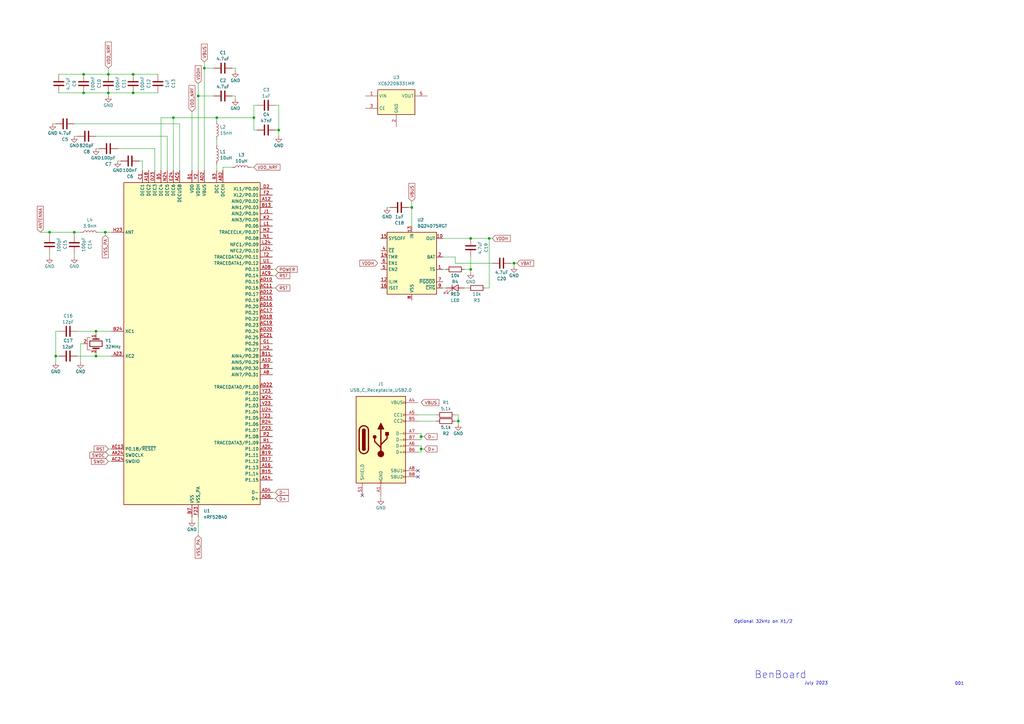
<source format=kicad_sch>
(kicad_sch (version 20230121) (generator eeschema)
  (paper "A3")
  (lib_symbols
    (symbol "Battery_Management:BQ24075RGT"
      (property "Reference" "U" (at -8.89 13.97 0))
      (property "Value" "BQ24075RGT" (at 16.51 13.97 0))
      (symbol "BQ24075RGT_0_1"
        (rectangle (start -10.16 12.7) (end 10.16 -12.7) (stroke (width 0.254)) (fill (type background)))
      )
      (symbol "BQ24075RGT_1_1"
        (pin passive line (at 12.7 -2.54 180) (length 2.54) (name "TS") (number "1"))
        (pin power_out line (at 12.7 10.16 180) (length 2.54) (name "OUT") (number "10"))
        (pin passive line (at 12.7 10.16 180) (length 2.54) hide (name "OUT") (number "11"))
        (pin passive line (at -12.7 -7.62 0) (length 2.54) (name "ILIM") (number "12"))
        (pin power_in line (at 0 15.24 270) (length 2.54) (name "IN") (number "13"))
        (pin input line (at -12.7 2.54 0) (length 2.54) (name "TMR") (number "14"))
        (pin input line (at -12.7 10.16 0) (length 2.54) (name "SYSOFF") (number "15"))
        (pin passive line (at -12.7 -10.16 0) (length 2.54) (name "ISET") (number "16"))
        (pin passive line (at 0 -15.24 90) (length 2.54) hide (name "VSS") (number "17"))
        (pin power_out line (at 12.7 2.54 180) (length 2.54) (name "BAT") (number "2"))
        (pin passive line (at 12.7 2.54 180) (length 2.54) hide (name "BAT") (number "3"))
        (pin input line (at -12.7 5.08 0) (length 2.54) (name "~{CE}") (number "4"))
        (pin input line (at -12.7 -2.54 0) (length 2.54) (name "EN2") (number "5"))
        (pin input line (at -12.7 0 0) (length 2.54) (name "EN1") (number "6"))
        (pin open_collector line (at 12.7 -7.62 180) (length 2.54) (name "~{PGOOD}") (number "7"))
        (pin power_in line (at 0 -15.24 90) (length 2.54) (name "VSS") (number "8"))
        (pin open_collector line (at 12.7 -10.16 180) (length 2.54) (name "~{CHG}") (number "9"))
      )
    )
    (symbol "Connector:USB_C_Receptacle_USB2.0" (pin_names (offset 1.016))
      (property "Reference" "J" (at -10.16 19.05 0))
      (property "Value" "USB_C_Receptacle_USB2.0" (at 19.05 19.05 0))
      (symbol "USB_C_Receptacle_USB2.0_0_0"
        (rectangle (start -0.254 -17.78) (end 0.254 -16.764))
        (rectangle (start 10.16 -14.986) (end 9.144 -15.494))
        (rectangle (start 10.16 -12.446) (end 9.144 -12.954))
        (rectangle (start 10.16 -4.826) (end 9.144 -5.334))
        (rectangle (start 10.16 -2.286) (end 9.144 -2.794))
        (rectangle (start 10.16 0.254) (end 9.144 -0.254))
        (rectangle (start 10.16 2.794) (end 9.144 2.286))
        (rectangle (start 10.16 7.874) (end 9.144 7.366))
        (rectangle (start 10.16 10.414) (end 9.144 9.906))
        (rectangle (start 10.16 15.494) (end 9.144 14.986))
      )
      (symbol "USB_C_Receptacle_USB2.0_0_1"
        (rectangle (start -10.16 17.78) (end 10.16 -17.78) (stroke (width 0.254)) (fill (type background)))
        (arc (start -8.89 -3.81) (mid -6.985 -5.7067) (end -5.08 -3.81) (stroke (width 0.508)))
        (arc (start -7.62 -3.81) (mid -6.985 -4.4423) (end -6.35 -3.81) (stroke (width 0.254)))
        (arc (start -7.62 -3.81) (mid -6.985 -4.4423) (end -6.35 -3.81) (stroke (width 0.254)) (fill (type outline)))
        (rectangle (start -7.62 -3.81) (end -6.35 3.81) (stroke (width 0.254)) (fill (type outline)))
        (arc (start -6.35 3.81) (mid -6.985 4.4423) (end -7.62 3.81) (stroke (width 0.254)))
        (arc (start -6.35 3.81) (mid -6.985 4.4423) (end -7.62 3.81) (stroke (width 0.254)) (fill (type outline)))
        (arc (start -5.08 3.81) (mid -6.985 5.7067) (end -8.89 3.81) (stroke (width 0.508)))
        (circle (center -2.54 1.143) (radius 0.635) (stroke (width 0.254)) (fill (type outline)))
        (circle (center 0 -5.842) (radius 1.27) (fill (type outline)))
        (polyline (pts (xy -8.89 -3.81) (xy -8.89 3.81)) (stroke (width 0.508)))
        (polyline (pts (xy -5.08 3.81) (xy -5.08 -3.81)) (stroke (width 0.508)))
        (polyline (pts (xy 0 -5.842) (xy 0 4.318)) (stroke (width 0.508)))
        (polyline (pts (xy 0 -3.302) (xy -2.54 -0.762) (xy -2.54 0.508)) (stroke (width 0.508)))
        (polyline (pts (xy 0 -2.032) (xy 2.54 0.508) (xy 2.54 1.778)) (stroke (width 0.508)))
        (polyline (pts (xy -1.27 4.318) (xy 0 6.858) (xy 1.27 4.318) (xy -1.27 4.318)) (stroke (width 0.254)) (fill (type outline)))
        (rectangle (start 1.905 1.778) (end 3.175 3.048) (stroke (width 0.254)) (fill (type outline)))
      )
      (symbol "USB_C_Receptacle_USB2.0_1_1"
        (pin passive line (at 0 -22.86 90) (length 5.08) (name "GND") (number "A1"))
        (pin passive line (at 0 -22.86 90) (length 5.08) hide (name "GND") (number "A12"))
        (pin passive line (at 15.24 15.24 180) (length 5.08) (name "VBUS") (number "A4"))
        (pin bidirectional line (at 15.24 10.16 180) (length 5.08) (name "CC1") (number "A5"))
        (pin bidirectional line (at 15.24 -2.54 180) (length 5.08) (name "D+") (number "A6"))
        (pin bidirectional line (at 15.24 2.54 180) (length 5.08) (name "D-") (number "A7"))
        (pin bidirectional line (at 15.24 -12.7 180) (length 5.08) (name "SBU1") (number "A8"))
        (pin passive line (at 15.24 15.24 180) (length 5.08) hide (name "VBUS") (number "A9"))
        (pin passive line (at 0 -22.86 90) (length 5.08) hide (name "GND") (number "B1"))
        (pin passive line (at 0 -22.86 90) (length 5.08) hide (name "GND") (number "B12"))
        (pin passive line (at 15.24 15.24 180) (length 5.08) hide (name "VBUS") (number "B4"))
        (pin bidirectional line (at 15.24 7.62 180) (length 5.08) (name "CC2") (number "B5"))
        (pin bidirectional line (at 15.24 -5.08 180) (length 5.08) (name "D+") (number "B6"))
        (pin bidirectional line (at 15.24 0 180) (length 5.08) (name "D-") (number "B7"))
        (pin bidirectional line (at 15.24 -15.24 180) (length 5.08) (name "SBU2") (number "B8"))
        (pin passive line (at 15.24 15.24 180) (length 5.08) hide (name "VBUS") (number "B9"))
        (pin passive line (at -7.62 -22.86 90) (length 5.08) (name "SHIELD") (number "S1"))
      )
    )
    (symbol "Device:C" (pin_numbers hide) (pin_names (offset 0.254))
      (property "Reference" "C" (at 0.635 2.54 0))
      (property "Value" "C" (at 0.635 -2.54 0))
      (symbol "C_0_1"
        (polyline (pts (xy -2.032 -0.762) (xy 2.032 -0.762)) (stroke (width 0.508)))
        (polyline (pts (xy -2.032 0.762) (xy 2.032 0.762)) (stroke (width 0.508)))
      )
      (symbol "C_1_1"
        (pin passive line (at 0 3.81 270) (length 2.794) (name "~") (number "1"))
        (pin passive line (at 0 -3.81 90) (length 2.794) (name "~") (number "2"))
      )
    )
    (symbol "Device:Crystal_GND2" (pin_names (offset 1.016) hide)
      (property "Reference" "Y" (at 0 5.715 0))
      (property "Value" "Crystal_GND2" (at 0 3.81 0))
      (symbol "Crystal_GND2_0_1"
        (rectangle (start -1.143 2.54) (end 1.143 -2.54) (stroke (width 0.3048)))
        (polyline (pts (xy -2.54 0) (xy -1.905 0)))
        (polyline (pts (xy -1.905 -1.27) (xy -1.905 1.27)) (stroke (width 0.508)))
        (polyline (pts (xy 0 -3.81) (xy 0 -3.556)))
        (polyline (pts (xy 1.905 0) (xy 2.54 0)))
        (polyline (pts (xy 1.905 1.27) (xy 1.905 -1.27)) (stroke (width 0.508)))
        (polyline (pts (xy -2.54 -2.286) (xy -2.54 -3.556) (xy 2.54 -3.556) (xy 2.54 -2.286)))
      )
      (symbol "Crystal_GND2_1_1"
        (pin passive line (at -3.81 0 0) (length 1.27) (name "1") (number "1"))
        (pin passive line (at 0 -5.08 90) (length 1.27) (name "2") (number "2"))
        (pin passive line (at 3.81 0 180) (length 1.27) (name "3") (number "3"))
      )
    )
    (symbol "Device:L" (pin_numbers hide) (pin_names (offset 1.016) hide)
      (property "Reference" "L" (at -1.27 0 90))
      (property "Value" "L" (at 1.905 0 90))
      (symbol "L_0_1"
        (arc (start 0 -2.54) (mid 0.6323 -1.905) (end 0 -1.27))
        (arc (start 0 -1.27) (mid 0.6323 -0.635) (end 0 0))
        (arc (start 0 0) (mid 0.6323 0.635) (end 0 1.27))
        (arc (start 0 1.27) (mid 0.6323 1.905) (end 0 2.54))
      )
      (symbol "L_1_1"
        (pin passive line (at 0 3.81 270) (length 1.27) (name "1") (number "1"))
        (pin passive line (at 0 -3.81 90) (length 1.27) (name "2") (number "2"))
      )
    )
    (symbol "Device:LED" (pin_numbers hide) (pin_names (offset 1.016) hide)
      (property "Reference" "D" (at 0 2.54 0))
      (property "Value" "LED" (at 0 -2.54 0))
      (symbol "LED_0_1"
        (polyline (pts (xy -1.27 -1.27) (xy -1.27 1.27)) (stroke (width 0.254)))
        (polyline (pts (xy -1.27 0) (xy 1.27 0)))
        (polyline (pts (xy 1.27 -1.27) (xy 1.27 1.27) (xy -1.27 0) (xy 1.27 -1.27)) (stroke (width 0.254)))
        (polyline (pts (xy -3.048 -0.762) (xy -4.572 -2.286) (xy -3.81 -2.286) (xy -4.572 -2.286) (xy -4.572 -1.524)))
        (polyline (pts (xy -1.778 -0.762) (xy -3.302 -2.286) (xy -2.54 -2.286) (xy -3.302 -2.286) (xy -3.302 -1.524)))
      )
      (symbol "LED_1_1"
        (pin passive line (at -3.81 0 0) (length 2.54) (name "K") (number "1"))
        (pin passive line (at 3.81 0 180) (length 2.54) (name "A") (number "2"))
      )
    )
    (symbol "Device:R" (pin_numbers hide) (pin_names (offset 0))
      (property "Reference" "R" (at 2.032 0 90))
      (property "Value" "R" (at 0 0 90))
      (symbol "R_0_1"
        (rectangle (start -1.016 -2.54) (end 1.016 2.54) (stroke (width 0.254)))
      )
      (symbol "R_1_1"
        (pin passive line (at 0 3.81 270) (length 1.27) (name "~") (number "1"))
        (pin passive line (at 0 -3.81 90) (length 1.27) (name "~") (number "2"))
      )
    )
    (symbol "MCU_Nordic:nRF52840"
      (property "Reference" "U" (at 0 5.08 0))
      (property "Value" "nRF52840" (at 0 2.54 0))
      (symbol "nRF52840_0_1"
        (rectangle (start -27.94 66.04) (end 27.94 -66.04) (stroke (width 0.254)) (fill (type background)))
      )
      (symbol "nRF52840_1_1"
        (pin bidirectional line (at 33.02 -7.62 180) (length 5.08) (name "AIN5/P0.29") (number "A10"))
        (pin bidirectional line (at 33.02 58.42 180) (length 5.08) (name "AIN0/P0.02") (number "A12"))
        (pin bidirectional line (at 33.02 -55.88 180) (length 5.08) (name "P1.15") (number "A14"))
        (pin bidirectional line (at 33.02 -50.8 180) (length 5.08) (name "P1.13") (number "A16"))
        (pin passive line (at -17.78 71.12 270) (length 5.08) (name "DEC2") (number "A18"))
        (pin bidirectional line (at 33.02 -43.18 180) (length 5.08) (name "P1.10") (number "A20"))
        (pin passive line (at 0 71.12 270) (length 5.08) hide (name "VDD") (number "A22"))
        (pin input line (at -33.02 -5.08 0) (length 5.08) (name "XC2") (number "A23"))
        (pin bidirectional line (at 33.02 -12.7 180) (length 5.08) (name "AIN7/P0.31") (number "A8"))
        (pin input line (at -33.02 -45.72 0) (length 5.08) (name "SWDCLK") (number "AA24"))
        (pin power_out line (at 12.7 71.12 270) (length 5.08) (name "DCCH") (number "AB2"))
        (pin bidirectional line (at 33.02 22.86 180) (length 5.08) (name "P0.16") (number "AC11"))
        (pin bidirectional line (at -33.02 -43.18 0) (length 5.08) (name "P0.18/~{RESET}") (number "AC13"))
        (pin bidirectional line (at 33.02 17.78 180) (length 5.08) (name "P0.19") (number "AC15"))
        (pin bidirectional line (at 33.02 12.7 180) (length 5.08) (name "P0.21") (number "AC17"))
        (pin bidirectional line (at 33.02 7.62 180) (length 5.08) (name "P0.23") (number "AC19"))
        (pin bidirectional line (at 33.02 2.54 180) (length 5.08) (name "P0.25") (number "AC21"))
        (pin bidirectional line (at -33.02 -48.26 0) (length 5.08) (name "SWDIO") (number "AC24"))
        (pin passive line (at -5.08 71.12 270) (length 5.08) (name "DECUSB") (number "AC5"))
        (pin bidirectional line (at 33.02 27.94 180) (length 5.08) (name "P0.14") (number "AC9"))
        (pin bidirectional line (at 33.02 25.4 180) (length 5.08) (name "P0.15") (number "AD10"))
        (pin bidirectional line (at 33.02 20.32 180) (length 5.08) (name "P0.17") (number "AD12"))
        (pin passive line (at 0 71.12 270) (length 5.08) hide (name "VDD") (number "AD14"))
        (pin bidirectional line (at 33.02 15.24 180) (length 5.08) (name "P0.20") (number "AD16"))
        (pin bidirectional line (at 33.02 10.16 180) (length 5.08) (name "P0.22") (number "AD18"))
        (pin power_in line (at 5.08 71.12 270) (length 5.08) (name "VBUS") (number "AD2"))
        (pin bidirectional line (at 33.02 5.08 180) (length 5.08) (name "P0.24") (number "AD20"))
        (pin bidirectional line (at 33.02 -17.78 180) (length 5.08) (name "TRACEDATA0/P1.00") (number "AD22"))
        (pin passive line (at 0 71.12 270) (length 5.08) hide (name "VDD") (number "AD23"))
        (pin bidirectional line (at 33.02 -60.96 180) (length 5.08) (name "D-") (number "AD4"))
        (pin bidirectional line (at 33.02 -63.5 180) (length 5.08) (name "D+") (number "AD6"))
        (pin bidirectional line (at 33.02 30.48 180) (length 5.08) (name "P0.13") (number "AD8"))
        (pin power_in line (at 0 71.12 270) (length 5.08) (name "VDD") (number "B1"))
        (pin bidirectional line (at 33.02 -5.08 180) (length 5.08) (name "AIN4/P0.28") (number "B11"))
        (pin bidirectional line (at 33.02 55.88 180) (length 5.08) (name "AIN1/P0.03") (number "B13"))
        (pin bidirectional line (at 33.02 -53.34 180) (length 5.08) (name "P1.14") (number "B15"))
        (pin bidirectional line (at 33.02 -48.26 180) (length 5.08) (name "P1.12") (number "B17"))
        (pin bidirectional line (at 33.02 -45.72 180) (length 5.08) (name "P1.11") (number "B19"))
        (pin input line (at -33.02 5.08 0) (length 5.08) (name "XC1") (number "B24"))
        (pin power_out line (at 10.16 71.12 270) (length 5.08) (name "DCC") (number "B3"))
        (pin passive line (at -12.7 71.12 270) (length 5.08) (name "DEC4") (number "B5"))
        (pin power_in line (at 0 -71.12 90) (length 5.08) (name "VSS") (number "B7"))
        (pin bidirectional line (at 33.02 -10.16 180) (length 5.08) (name "AIN6/P0.30") (number "B9"))
        (pin passive line (at -20.32 71.12 270) (length 5.08) (name "DEC1") (number "C1"))
        (pin bidirectional line (at 33.02 63.5 180) (length 5.08) (name "XL1/P0.00") (number "D2"))
        (pin passive line (at -15.24 71.12 270) (length 5.08) (name "DEC3") (number "D23"))
        (pin passive line (at -7.62 71.12 270) (length 5.08) (name "DEC6") (number "E24"))
        (pin passive line (at 0 -71.12 90) (length 5.08) hide (name "VSS") (number "EP"))
        (pin bidirectional line (at 33.02 60.96 180) (length 5.08) (name "XL2/P0.01") (number "F2"))
        (pin power_in line (at 2.54 -71.12 90) (length 5.08) (name "VSS_PA") (number "F23"))
        (pin bidirectional line (at 33.02 0 180) (length 5.08) (name "P0.26") (number "G1"))
        (pin bidirectional line (at 33.02 -2.54 180) (length 5.08) (name "P0.27") (number "H2"))
        (pin passive line (at -33.02 45.72 0) (length 5.08) (name "ANT") (number "H23"))
        (pin bidirectional line (at 33.02 53.34 180) (length 5.08) (name "AIN2/P0.04") (number "J1"))
        (pin bidirectional line (at 33.02 38.1 180) (length 5.08) (name "NFC2/P0.10") (number "J24"))
        (pin bidirectional line (at 33.02 50.8 180) (length 5.08) (name "AIN3/P0.05") (number "K2"))
        (pin bidirectional line (at 33.02 48.26 180) (length 5.08) (name "P0.06") (number "L1"))
        (pin bidirectional line (at 33.02 40.64 180) (length 5.08) (name "NFC1/P0.09") (number "L24"))
        (pin bidirectional line (at 33.02 45.72 180) (length 5.08) (name "TRACECLK/P0.07") (number "M2"))
        (pin bidirectional line (at 33.02 43.18 180) (length 5.08) (name "P0.08") (number "N1"))
        (pin passive line (at -10.16 71.12 270) (length 5.08) (name "DEC5") (number "N24"))
        (pin bidirectional line (at 33.02 -38.1 180) (length 5.08) (name "P1.08") (number "P2"))
        (pin bidirectional line (at 33.02 -35.56 180) (length 5.08) (name "P1.07") (number "P23"))
        (pin bidirectional line (at 33.02 -40.64 180) (length 5.08) (name "TRACEDATA3/P1.09") (number "R1"))
        (pin bidirectional line (at 33.02 -33.02 180) (length 5.08) (name "P1.06") (number "R24"))
        (pin bidirectional line (at 33.02 35.56 180) (length 5.08) (name "TRACEDATA2/P0.11") (number "T2"))
        (pin bidirectional line (at 33.02 -30.48 180) (length 5.08) (name "P1.05") (number "T23"))
        (pin bidirectional line (at 33.02 33.02 180) (length 5.08) (name "TRACEDATA1/P0.12") (number "U1"))
        (pin bidirectional line (at 33.02 -27.94 180) (length 5.08) (name "P1.04") (number "U24"))
        (pin bidirectional line (at 33.02 -25.4 180) (length 5.08) (name "P1.03") (number "V23"))
        (pin passive line (at 0 71.12 270) (length 5.08) hide (name "VDD") (number "W1"))
        (pin bidirectional line (at 33.02 -22.86 180) (length 5.08) (name "P1.02") (number "W24"))
        (pin power_in line (at 2.54 71.12 270) (length 5.08) (name "VDDH") (number "Y2"))
        (pin bidirectional line (at 33.02 -20.32 180) (length 5.08) (name "P1.01") (number "Y23"))
      )
    )
    (symbol "Regulator_Linear:XC6220B331MR"
      (property "Reference" "U" (at 0 8.89 0))
      (property "Value" "XC6220B331MR" (at 0 6.35 0))
      (symbol "XC6220B331MR_0_1"
        (rectangle (start -7.62 5.08) (end 7.62 -5.08) (stroke (width 0.254)) (fill (type background)))
      )
      (symbol "XC6220B331MR_1_1"
        (pin power_in line (at -12.7 2.54 0) (length 5.08) (name "VIN") (number "1"))
        (pin power_in line (at 0 -10.16 90) (length 5.08) (name "GND") (number "2"))
        (pin input line (at -12.7 -2.54 0) (length 5.08) (name "CE") (number "3"))
        (pin no_connect line (at 7.62 -2.54 180) (length 5.08) hide (name "NC") (number "4"))
        (pin power_out line (at 12.7 2.54 180) (length 5.08) (name "VOUT") (number "5"))
      )
    )
    (symbol "power:GND" (power) (pin_names (offset 0))
      (property "Value" "GND" (at 0 -3.81 0))
      (symbol "GND_0_1"
        (polyline (pts (xy 0 0) (xy 0 -1.27) (xy 1.27 -1.27) (xy 0 -2.54) (xy -1.27 -1.27) (xy 0 -1.27)))
      )
      (symbol "GND_1_1"
        (pin power_in line (at 0 0 270) (length 0) hide (name "GND") (number "1"))
      )
    )
  )
  (junction (at 43.18 95.25))
  (junction (at 172.72 179.07))
  (junction (at 193.04 110.49))
  (junction (at 71.12 48.26))
  (junction (at 168.91 85.09))
  (junction (at 114.3 53.34))
  (junction (at 172.72 184.15))
  (junction (at 44.45 38.1))
  (junction (at 193.04 97.79))
  (junction (at 187.96 172.72))
  (junction (at 200.66 97.79))
  (junction (at 88.9 48.26))
  (junction (at 22.86 146.05))
  (junction (at 39.37 146.05))
  (junction (at 20.32 95.25))
  (junction (at 81.28 39.37))
  (junction (at 39.37 135.89))
  (junction (at 44.45 30.48))
  (junction (at 34.29 38.1))
  (junction (at 54.61 30.48))
  (junction (at 30.48 95.25))
  (junction (at 104.14 48.26))
  (junction (at 54.61 38.1))
  (junction (at 34.29 30.48))
  (junction (at 83.82 27.94))
  (junction (at 210.82 107.95))
  (no_connect (at 171.45 193.04))
  (no_connect (at 171.45 195.58))
  (no_connect (at 148.59 203.2))
  (wire (pts (xy 73.66 50.8) (xy 73.66 69.85)))
  (wire (pts (xy 22.86 50.8) (xy 21.59 50.8)))
  (wire (pts (xy 78.74 45.72) (xy 78.74 69.85)))
  (wire (pts (xy 186.69 107.95) (xy 201.93 107.95)))
  (wire (pts (xy 22.86 146.05) (xy 24.13 146.05)))
  (wire (pts (xy 16.51 95.25) (xy 20.32 95.25)))
  (wire (pts (xy 31.75 146.05) (xy 39.37 146.05)))
  (wire (pts (xy 186.69 105.41) (xy 181.61 105.41)))
  (wire (pts (xy 187.96 170.18) (xy 186.69 170.18)))
  (wire (pts (xy 186.69 107.95) (xy 186.69 105.41)))
  (wire (pts (xy 193.04 105.41) (xy 193.04 110.49)))
  (wire (pts (xy 34.29 38.1) (xy 44.45 38.1)))
  (wire (pts (xy 168.91 82.55) (xy 168.91 85.09)))
  (wire (pts (xy 200.66 97.79) (xy 201.93 97.79)))
  (wire (pts (xy 95.25 39.37) (xy 96.52 39.37)))
  (wire (pts (xy 44.45 38.1) (xy 54.61 38.1)))
  (wire (pts (xy 20.32 95.25) (xy 30.48 95.25)))
  (wire (pts (xy 44.45 186.69) (xy 45.72 186.69)))
  (wire (pts (xy 114.3 53.34) (xy 113.03 53.34)))
  (wire (pts (xy 181.61 110.49) (xy 182.88 110.49)))
  (wire (pts (xy 114.3 53.34) (xy 114.3 55.88)))
  (wire (pts (xy 193.04 110.49) (xy 193.04 111.76)))
  (wire (pts (xy 31.75 55.88) (xy 30.48 55.88)))
  (wire (pts (xy 43.18 95.25) (xy 45.72 95.25)))
  (wire (pts (xy 102.87 68.58) (xy 104.14 68.58)))
  (wire (pts (xy 190.5 110.49) (xy 193.04 110.49)))
  (wire (pts (xy 44.45 184.15) (xy 45.72 184.15)))
  (wire (pts (xy 66.04 48.26) (xy 71.12 48.26)))
  (wire (pts (xy 88.9 57.15) (xy 88.9 59.69)))
  (wire (pts (xy 209.55 107.95) (xy 210.82 107.95)))
  (wire (pts (xy 187.96 170.18) (xy 187.96 172.72)))
  (wire (pts (xy 156.21 203.2) (xy 156.21 204.47)))
  (wire (pts (xy 40.64 95.25) (xy 43.18 95.25)))
  (wire (pts (xy 22.86 146.05) (xy 22.86 148.59)))
  (wire (pts (xy 58.42 69.85) (xy 58.42 66.04)))
  (wire (pts (xy 114.3 43.18) (xy 114.3 53.34)))
  (wire (pts (xy 172.72 180.34) (xy 172.72 179.07)))
  (wire (pts (xy 200.66 118.11) (xy 200.66 97.79)))
  (wire (pts (xy 104.14 48.26) (xy 104.14 43.18)))
  (wire (pts (xy 54.61 30.48) (xy 64.77 30.48)))
  (wire (pts (xy 171.45 182.88) (xy 172.72 182.88)))
  (wire (pts (xy 83.82 27.94) (xy 83.82 69.85)))
  (wire (pts (xy 172.72 179.07) (xy 173.99 179.07)))
  (wire (pts (xy 172.72 185.42) (xy 171.45 185.42)))
  (wire (pts (xy 34.29 140.97) (xy 33.02 140.97)))
  (wire (pts (xy 104.14 43.18) (xy 105.41 43.18)))
  (wire (pts (xy 91.44 68.58) (xy 95.25 68.58)))
  (wire (pts (xy 81.28 39.37) (xy 87.63 39.37)))
  (wire (pts (xy 34.29 30.48) (xy 44.45 30.48)))
  (wire (pts (xy 96.52 27.94) (xy 96.52 29.21)))
  (wire (pts (xy 44.45 189.23) (xy 45.72 189.23)))
  (wire (pts (xy 171.45 172.72) (xy 179.07 172.72)))
  (wire (pts (xy 167.64 85.09) (xy 168.91 85.09)))
  (wire (pts (xy 168.91 85.09) (xy 168.91 92.71)))
  (wire (pts (xy 54.61 38.1) (xy 64.77 38.1)))
  (wire (pts (xy 172.72 177.8) (xy 171.45 177.8)))
  (wire (pts (xy 63.5 69.85) (xy 63.5 60.96)))
  (wire (pts (xy 172.72 184.15) (xy 172.72 185.42)))
  (wire (pts (xy 40.64 60.96) (xy 39.37 60.96)))
  (wire (pts (xy 30.48 95.25) (xy 33.02 95.25)))
  (wire (pts (xy 43.18 95.25) (xy 43.18 96.52)))
  (wire (pts (xy 78.74 212.09) (xy 78.74 213.36)))
  (wire (pts (xy 200.66 118.11) (xy 199.39 118.11)))
  (wire (pts (xy 39.37 55.88) (xy 68.58 55.88)))
  (wire (pts (xy 24.13 38.1) (xy 34.29 38.1)))
  (wire (pts (xy 104.14 53.34) (xy 104.14 48.26)))
  (wire (pts (xy 44.45 27.94) (xy 44.45 30.48)))
  (wire (pts (xy 171.45 170.18) (xy 179.07 170.18)))
  (wire (pts (xy 111.76 204.47) (xy 113.03 204.47)))
  (wire (pts (xy 95.25 27.94) (xy 96.52 27.94)))
  (wire (pts (xy 171.45 180.34) (xy 172.72 180.34)))
  (wire (pts (xy 113.03 43.18) (xy 114.3 43.18)))
  (wire (pts (xy 111.76 201.93) (xy 113.03 201.93)))
  (wire (pts (xy 39.37 144.78) (xy 39.37 146.05)))
  (wire (pts (xy 30.48 96.52) (xy 30.48 95.25)))
  (wire (pts (xy 48.26 66.04) (xy 49.53 66.04)))
  (wire (pts (xy 44.45 38.1) (xy 44.45 39.37)))
  (wire (pts (xy 57.15 66.04) (xy 58.42 66.04)))
  (wire (pts (xy 24.13 135.89) (xy 22.86 135.89)))
  (wire (pts (xy 39.37 146.05) (xy 45.72 146.05)))
  (wire (pts (xy 88.9 48.26) (xy 104.14 48.26)))
  (wire (pts (xy 30.48 104.14) (xy 30.48 105.41)))
  (wire (pts (xy 83.82 27.94) (xy 87.63 27.94)))
  (wire (pts (xy 172.72 184.15) (xy 173.99 184.15)))
  (wire (pts (xy 39.37 135.89) (xy 39.37 137.16)))
  (wire (pts (xy 33.02 140.97) (xy 33.02 148.59)))
  (wire (pts (xy 81.28 39.37) (xy 81.28 69.85)))
  (wire (pts (xy 81.28 34.29) (xy 81.28 39.37)))
  (wire (pts (xy 172.72 182.88) (xy 172.72 184.15)))
  (wire (pts (xy 105.41 53.34) (xy 104.14 53.34)))
  (wire (pts (xy 83.82 25.4) (xy 83.82 27.94)))
  (wire (pts (xy 172.72 179.07) (xy 172.72 177.8)))
  (wire (pts (xy 88.9 48.26) (xy 88.9 49.53)))
  (wire (pts (xy 71.12 48.26) (xy 71.12 69.85)))
  (wire (pts (xy 210.82 107.95) (xy 212.09 107.95)))
  (wire (pts (xy 160.02 85.09) (xy 158.75 85.09)))
  (wire (pts (xy 91.44 69.85) (xy 91.44 68.58)))
  (wire (pts (xy 20.32 96.52) (xy 20.32 95.25)))
  (wire (pts (xy 30.48 50.8) (xy 73.66 50.8)))
  (wire (pts (xy 68.58 69.85) (xy 68.58 55.88)))
  (wire (pts (xy 187.96 172.72) (xy 187.96 173.99)))
  (wire (pts (xy 111.76 118.11) (xy 113.03 118.11)))
  (wire (pts (xy 190.5 118.11) (xy 191.77 118.11)))
  (wire (pts (xy 66.04 69.85) (xy 66.04 48.26)))
  (wire (pts (xy 88.9 67.31) (xy 88.9 69.85)))
  (wire (pts (xy 39.37 135.89) (xy 45.72 135.89)))
  (wire (pts (xy 210.82 107.95) (xy 210.82 109.22)))
  (wire (pts (xy 20.32 104.14) (xy 20.32 105.41)))
  (wire (pts (xy 181.61 118.11) (xy 182.88 118.11)))
  (wire (pts (xy 71.12 48.26) (xy 88.9 48.26)))
  (wire (pts (xy 31.75 135.89) (xy 39.37 135.89)))
  (wire (pts (xy 111.76 113.03) (xy 113.03 113.03)))
  (wire (pts (xy 24.13 30.48) (xy 34.29 30.48)))
  (wire (pts (xy 81.28 212.09) (xy 81.28 219.71)))
  (wire (pts (xy 48.26 60.96) (xy 63.5 60.96)))
  (wire (pts (xy 44.45 30.48) (xy 54.61 30.48)))
  (wire (pts (xy 22.86 135.89) (xy 22.86 146.05)))
  (wire (pts (xy 111.76 110.49) (xy 113.03 110.49)))
  (wire (pts (xy 96.52 39.37) (xy 96.52 40.64)))
  (wire (pts (xy 187.96 172.72) (xy 186.69 172.72)))
  (wire (pts (xy 181.61 97.79) (xy 193.04 97.79)))
  (wire (pts (xy 193.04 97.79) (xy 200.66 97.79)))
  (text "Optional 32kHz on X1/2\n\n" (at 325.12 257.81 0) (effects (font (size 1.27 1.27)) (justify right bottom)))
  (text "001\n" (at 395.4131 281.2115 0) (effects (font (size 1.27 1.27)) (justify right bottom)))
  (text "BenBoard" (at 330.87 278.6279 0) (effects (font (size 3 3)) (justify right bottom)))
  (text "July 2023\n" (at 339.5801 281.0095 0) (effects (font (size 1.27 1.27)) (justify right bottom)))
  (global_label "RST" (shape input) (at 44.45 184.15 180) (property "Intersheetrefs" "${INTERSHEET_REFS}" (effects hide)))
  (global_label "ANTENNA" (shape input) (at 16.51 95.25 90) (property "Intersheetrefs" "${INTERSHEET_REFS}" (effects hide)))
  (global_label "VDDH" (shape input) (at 154.94 107.95 180) (property "Intersheetrefs" "${INTERSHEET_REFS}" (effects hide)))
  (global_label "VBUS" (shape input) (at 168.91 82.55 90) (property "Intersheetrefs" "${INTERSHEET_REFS}" (effects hide)))
  (global_label "VDD_NRF" (shape input) (at 104.14 68.58 0) (property "Intersheetrefs" "${INTERSHEET_REFS}" (effects hide)))
  (global_label "D+" (shape input) (at 173.99 184.15 0) (property "Intersheetrefs" "${INTERSHEET_REFS}" (effects hide)))
  (global_label "SWDI" (shape input) (at 44.45 189.23 180) (property "Intersheetrefs" "${INTERSHEET_REFS}" (effects hide)))
  (global_label "RST" (shape input) (at 113.03 113.03 0) (property "Intersheetrefs" "${INTERSHEET_REFS}" (effects hide)))
  (global_label "VBAT" (shape input) (at 212.09 107.95 0) (property "Intersheetrefs" "${INTERSHEET_REFS}" (effects hide)))
  (global_label "VDDH" (shape input) (at 81.28 34.29 90) (property "Intersheetrefs" "${INTERSHEET_REFS}" (effects hide)))
  (global_label "VDD_NRF" (shape input) (at 44.45 27.94 90) (property "Intersheetrefs" "${INTERSHEET_REFS}" (effects hide)))
  (global_label "POWER" (shape input) (at 113.03 110.49 0) (property "Intersheetrefs" "${INTERSHEET_REFS}" (effects hide)))
  (global_label "VSS_PA" (shape input) (at 43.18 96.52 270) (property "Intersheetrefs" "${INTERSHEET_REFS}" (effects hide)))
  (global_label "VDDH" (shape input) (at 201.93 97.79 0) (property "Intersheetrefs" "${INTERSHEET_REFS}" (effects hide)))
  (global_label "D-" (shape input) (at 173.99 179.07 0) (property "Intersheetrefs" "${INTERSHEET_REFS}" (effects hide)))
  (global_label "RST" (shape input) (at 113.03 118.11 0) (property "Intersheetrefs" "${INTERSHEET_REFS}" (effects hide)))
  (global_label "SWDC" (shape input) (at 44.45 186.69 180) (property "Intersheetrefs" "${INTERSHEET_REFS}" (effects hide)))
  (global_label "D-" (shape input) (at 113.03 201.93 0) (property "Intersheetrefs" "${INTERSHEET_REFS}" (effects hide)))
  (global_label "VBUS" (shape input) (at 172.72 165.1 0) (property "Intersheetrefs" "${INTERSHEET_REFS}" (effects hide)))
  (global_label "VDD_NRF" (shape input) (at 78.74 45.72 90) (property "Intersheetrefs" "${INTERSHEET_REFS}" (effects hide)))
  (global_label "VBUS" (shape input) (at 83.82 25.4 90) (property "Intersheetrefs" "${INTERSHEET_REFS}" (effects hide)))
  (global_label "D+" (shape input) (at 113.03 204.47 0) (property "Intersheetrefs" "${INTERSHEET_REFS}" (effects hide)))
  (global_label "VSS_PA" (shape input) (at 81.28 219.71 270) (property "Intersheetrefs" "${INTERSHEET_REFS}" (effects hide)))
  (symbol (lib_id "Device:C") (at 35.56 55.88 270) (unit 1)
    (property "Reference" "C8" (at 35.56 62.23 90))
    (property "Value" "820pF" (at 35.56 59.69 90))
  )
  (symbol (lib_id "Device:C") (at 163.83 85.09 270) (unit 1)
    (property "Reference" "C18" (at 163.83 91.44 90))
    (property "Value" "1uF" (at 163.83 88.9 90))
  )
  (symbol (lib_id "Regulator_Linear:XC6220B331MR") (at 162.56 41.91 0) (unit 1)
    (property "Reference" "U3" (at 162.56 31.75 0))
    (property "Value" "XC6220B331MR" (at 162.56 34.29 0))
    (property "Footprint" "Package_TO_SOT_SMD:SOT-23-5" (effects hide))
    (property "Datasheet" "https://www.torexsemi.com/file/xc6220/XC6220.pdf" (effects hide))
  )
  (symbol (lib_id "power:GND") (at 48.26 66.04 0) (unit 1)
    (property "Reference" "#PWR06" (effects hide))
    (property "Value" "GND" (at 48.26 69.85 0))
  )
  (symbol (lib_id "Device:C") (at 91.44 27.94 90) (unit 1)
    (property "Reference" "C1" (at 91.44 21.59 90))
    (property "Value" "4.7uF" (at 91.44 24.13 90))
  )
  (symbol (lib_id "Device:C") (at 44.45 34.29 0) (unit 1)
    (property "Reference" "C11" (at 50.8 34.29 90))
    (property "Value" "100nF" (at 48.26 34.29 90))
  )
  (symbol (lib_id "power:GND") (at 39.37 60.96 0) (unit 1)
    (property "Reference" "#PWR07" (effects hide))
    (property "Value" "GND" (at 39.37 64.77 0))
  )
  (symbol (lib_id "Device:C") (at 44.45 60.96 270) (unit 1)
    (property "Reference" "C7" (at 44.45 67.31 90))
    (property "Value" "100pF" (at 44.45 64.77 90))
  )
  (symbol (lib_id "Device:R") (at 182.88 170.18 90) (unit 1)
    (property "Reference" "R1" (at 182.88 165.1 90))
    (property "Value" "5.1k" (at 182.88 167.64 90))
  )
  (symbol (lib_id "Device:C") (at 91.44 39.37 90) (unit 1)
    (property "Reference" "C2" (at 91.44 33.02 90))
    (property "Value" "4.7uF" (at 91.44 35.56 90))
  )
  (symbol (lib_id "Battery_Management:BQ24075RGT") (at 168.91 107.95 0) (unit 1)
    (property "Reference" "U2" (at 171.1041 90.17 0) (effects (justify left)))
    (property "Value" "BQ24075RGT" (at 171.1041 92.71 0) (effects (justify left)))
    (property "Footprint" "Package_DFN_QFN:VQFN-16-1EP_3x3mm_P0.5mm_EP1.6x1.6mm" (effects hide))
    (property "Datasheet" "http://www.ti.com/lit/ds/symlink/bq24075.pdf" (effects hide))
  )
  (symbol (lib_id "power:GND") (at 44.45 39.37 0) (unit 1)
    (property "Reference" "#PWR09" (effects hide))
    (property "Value" "GND" (at 44.45 43.18 0))
  )
  (symbol (lib_id "Device:L") (at 88.9 63.5 0) (unit 1)
    (property "Reference" "L1" (at 90.17 62.23 0) (effects (justify left)))
    (property "Value" "10uH" (at 90.17 64.77 0) (effects (justify left)))
  )
  (symbol (lib_id "power:GND") (at 22.86 148.59 0) (unit 1)
    (property "Reference" "#PWR013" (effects hide))
    (property "Value" "GND" (at 22.86 152.4 0))
  )
  (symbol (lib_id "Device:C") (at 54.61 34.29 0) (unit 1)
    (property "Reference" "C12" (at 60.96 34.29 90))
    (property "Value" "100nF" (at 58.42 34.29 90))
  )
  (symbol (lib_id "Device:Crystal_GND2") (at 39.37 140.97 270) (unit 1)
    (property "Reference" "Y1" (at 43.18 139.7 90) (effects (justify left)))
    (property "Value" "32MHz" (at 43.18 142.24 90) (effects (justify left)))
  )
  (symbol (lib_id "power:GND") (at 96.52 40.64 0) (unit 1)
    (property "Reference" "#PWR03" (effects hide))
    (property "Value" "GND" (at 96.52 44.45 0))
  )
  (symbol (lib_id "Device:L") (at 99.06 68.58 90) (unit 1)
    (property "Reference" "L3" (at 99.06 63.5 90))
    (property "Value" "10uH" (at 99.06 66.04 90))
  )
  (symbol (lib_id "Device:C") (at 53.34 66.04 270) (unit 1)
    (property "Reference" "C6" (at 53.34 72.39 90))
    (property "Value" "100nF" (at 53.34 69.85 90))
  )
  (symbol (lib_id "power:GND") (at 193.04 111.76 0) (unit 1)
    (property "Reference" "#PWR017" (effects hide))
    (property "Value" "GND" (at 193.04 115.57 0))
  )
  (symbol (lib_id "Device:C") (at 64.77 34.29 0) (unit 1)
    (property "Reference" "C13" (at 71.12 34.29 90))
    (property "Value" "1uF" (at 68.58 34.29 90))
  )
  (symbol (lib_id "Device:C") (at 205.74 107.95 270) (unit 1)
    (property "Reference" "C20" (at 205.74 114.3 90))
    (property "Value" "4.7uF" (at 205.74 111.76 90))
  )
  (symbol (lib_id "Device:C") (at 27.94 146.05 90) (unit 1)
    (property "Reference" "C17" (at 27.94 139.7 90))
    (property "Value" "12pF" (at 27.94 142.24 90))
  )
  (symbol (lib_id "Device:R") (at 186.69 110.49 90) (unit 1)
    (property "Reference" "R4" (at 186.69 115.57 90))
    (property "Value" "10k" (at 186.69 113.03 90))
  )
  (symbol (lib_id "power:GND") (at 114.3 55.88 0) (unit 1)
    (property "Reference" "#PWR04" (effects hide))
    (property "Value" "GND" (at 114.3 59.69 0))
  )
  (symbol (lib_id "Connector:USB_C_Receptacle_USB2.0") (at 156.21 180.34 0) (unit 1)
    (property "Reference" "J1" (at 156.21 157.48 0))
    (property "Value" "USB_C_Receptacle_USB2.0" (at 156.21 160.02 0))
    (property "Datasheet" "https://www.usb.org/sites/default/files/documents/usb_type-c.zip" (effects hide))
  )
  (symbol (lib_id "power:GND") (at 21.59 50.8 0) (unit 1)
    (property "Reference" "#PWR05" (effects hide))
    (property "Value" "GND" (at 21.59 54.61 0))
  )
  (symbol (lib_id "Device:L") (at 88.9 53.34 0) (unit 1)
    (property "Reference" "L2" (at 90.17 52.07 0) (effects (justify left)))
    (property "Value" "15nH" (at 90.17 54.61 0) (effects (justify left)))
  )
  (symbol (lib_id "Device:C") (at 109.22 53.34 90) (unit 1)
    (property "Reference" "C4" (at 109.22 46.99 90))
    (property "Value" "47nF" (at 109.22 49.53 90))
  )
  (symbol (lib_id "power:GND") (at 187.96 173.99 0) (unit 1)
    (property "Reference" "#PWR014" (effects hide))
    (property "Value" "GND" (at 187.96 177.8 0))
  )
  (symbol (lib_id "MCU_Nordic:nRF52840") (at 78.74 140.97 0) (unit 1)
    (property "Reference" "U1" (at 83.4741 209.55 0) (effects (justify left)))
    (property "Value" "nRF52840" (at 83.4741 212.09 0) (effects (justify left)))
    (property "Footprint" "Package_DFN_QFN:Nordic_AQFN-73-1EP_7x7mm_P0.5mm" (effects hide))
    (property "Datasheet" "http://infocenter.nordicsemi.com/topic/com.nordic.infocenter.nrf52/dita/nrf52/chips/nrf52840.html" (effects hide))
  )
  (symbol (lib_id "Device:L") (at 36.83 95.25 90) (unit 1)
    (property "Reference" "L4" (at 36.83 90.17 90))
    (property "Value" "3.9nH" (at 36.83 92.71 90))
  )
  (symbol (lib_id "power:GND") (at 30.48 105.41 0) (unit 1)
    (property "Reference" "#PWR010" (effects hide))
    (property "Value" "GND" (at 30.48 109.22 0))
  )
  (symbol (lib_id "Device:C") (at 193.04 101.6 0) (unit 1)
    (property "Reference" "C19" (at 199.39 101.6 90))
    (property "Value" "4.7uF" (at 196.85 101.6 90))
  )
  (symbol (lib_id "power:GND") (at 30.48 55.88 0) (unit 1)
    (property "Reference" "#PWR08" (effects hide))
    (property "Value" "GND" (at 30.48 59.69 0))
  )
  (symbol (lib_id "power:GND") (at 96.52 29.21 0) (unit 1)
    (property "Reference" "#PWR02" (effects hide))
    (property "Value" "GND" (at 96.52 33.02 0))
  )
  (symbol (lib_id "power:GND") (at 20.32 105.41 0) (unit 1)
    (property "Reference" "#PWR011" (effects hide))
    (property "Value" "GND" (at 20.32 109.22 0))
  )
  (symbol (lib_id "Device:C") (at 26.67 50.8 270) (unit 1)
    (property "Reference" "C5" (at 26.67 57.15 90))
    (property "Value" "4.7uF" (at 26.67 54.61 90))
  )
  (symbol (lib_id "power:GND") (at 78.74 213.36 0) (unit 1)
    (property "Reference" "#PWR01" (effects hide))
    (property "Value" "GND" (at 78.74 217.17 0))
  )
  (symbol (lib_id "Device:R") (at 182.88 172.72 90) (unit 1)
    (property "Reference" "R2" (at 182.88 177.8 90))
    (property "Value" "5.1k" (at 182.88 175.26 90))
  )
  (symbol (lib_id "Device:C") (at 34.29 34.29 0) (unit 1)
    (property "Reference" "C10" (at 40.64 34.29 90))
    (property "Value" "100nF" (at 38.1 34.29 90))
  )
  (symbol (lib_id "Device:C") (at 30.48 100.33 0) (unit 1)
    (property "Reference" "C14" (at 36.83 100.33 90))
    (property "Value" "100pF" (at 34.29 100.33 90))
  )
  (symbol (lib_id "Device:C") (at 20.32 100.33 0) (unit 1)
    (property "Reference" "C15" (at 26.67 100.33 90))
    (property "Value" "100pF" (at 24.13 100.33 90))
  )
  (symbol (lib_id "power:GND") (at 158.75 85.09 0) (unit 1)
    (property "Reference" "#PWR016" (effects hide))
    (property "Value" "GND" (at 158.75 88.9 0))
  )
  (symbol (lib_id "Device:R") (at 195.58 118.11 90) (unit 1)
    (property "Reference" "R3" (at 195.58 123.19 90))
    (property "Value" "10k" (at 195.58 120.65 90))
  )
  (symbol (lib_id "Device:C") (at 24.13 34.29 0) (unit 1)
    (property "Reference" "C9" (at 30.48 34.29 90))
    (property "Value" "4.7uF" (at 27.94 34.29 90))
  )
  (symbol (lib_id "Device:C") (at 109.22 43.18 90) (unit 1)
    (property "Reference" "C3" (at 109.22 36.83 90))
    (property "Value" "1uF" (at 109.22 39.37 90))
  )
  (symbol (lib_id "Device:C") (at 27.94 135.89 90) (unit 1)
    (property "Reference" "C16" (at 27.94 129.54 90))
    (property "Value" "12pF" (at 27.94 132.08 90))
  )
  (symbol (lib_id "power:GND") (at 210.82 109.22 0) (unit 1)
    (property "Reference" "#PWR018" (effects hide))
    (property "Value" "GND" (at 210.82 113.03 0))
  )
  (symbol (lib_id "power:GND") (at 33.02 148.59 0) (unit 1)
    (property "Reference" "#PWR012" (effects hide))
    (property "Value" "GND" (at 33.02 152.4 0))
  )
  (symbol (lib_id "power:GND") (at 156.21 204.47 0) (unit 1)
    (property "Reference" "#PWR015" (effects hide))
    (property "Value" "GND" (at 156.21 208.28 0))
  )
  (symbol (lib_id "Device:LED") (at 186.69 118.11 0) (unit 1)
    (property "Reference" "RED" (at 186.69 120.65 0))
    (property "Value" "LED" (at 186.69 123.19 0))
  )
)
</source>
